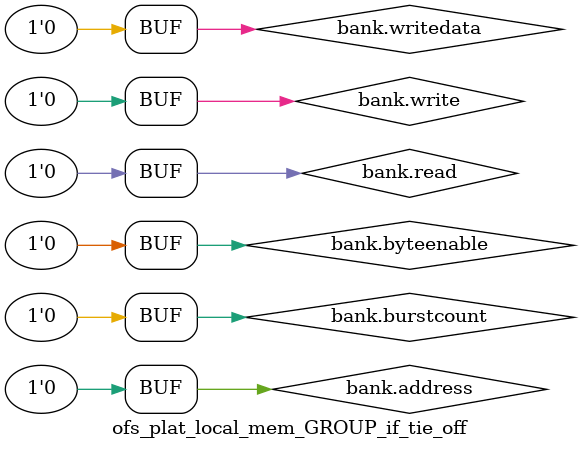
<source format=sv>



`include "ofs_plat_if.vh"

module ofs_plat_local_mem_GROUP_if_tie_off
   (
    ofs_plat_avalon_mem_if.to_slave bank
    );

    always_comb
    begin
        bank.burstcount = 0;
        bank.writedata = 0;
        bank.address = 0;
        bank.write = 0;
        bank.read = 0;
        bank.byteenable = 0;
    end

endmodule // ofs_plat_local_mem_GROUP_if_tie_off

</source>
